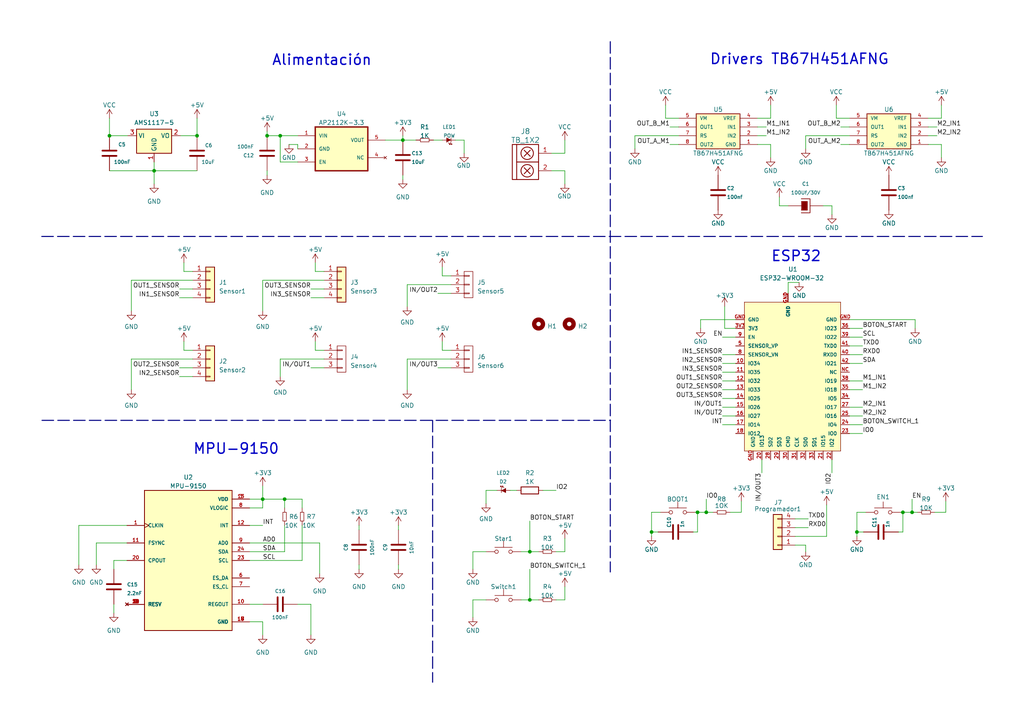
<source format=kicad_sch>
(kicad_sch (version 20230121) (generator eeschema)
  (paper "A4")
  (lib_symbols
    (symbol "Device:R" (pin_numbers hide) (pin_names (offset 0))
      (property "Reference" "R" (at 2.032 0 90))
      (property "Value" "R" (at 0 0 90))
      (symbol "R_0_1"
        (rectangle (start -1.016 -2.54) (end 1.016 2.54) (stroke (width 0.254)))
      )
      (symbol "R_1_1"
        (pin passive line (at 0 3.81 270) (length 1.27) (name "~") (number "1"))
        (pin passive line (at 0 -3.81 90) (length 1.27) (name "~") (number "2"))
      )
    )
    (symbol "EESTN5:C" (pin_numbers hide) (pin_names (offset 0.254))
      (property "Reference" "C" (at 0 2.54 0))
      (property "Value" "C" (at 0.1524 -2.159 0))
      (symbol "C_0_1"
        (polyline (pts (xy -2.032 -0.762) (xy 2.032 -0.762)) (stroke (width 0.508)))
        (polyline (pts (xy -2.032 0.762) (xy 2.032 0.762)) (stroke (width 0.508)))
      )
      (symbol "C_1_1"
        (pin passive line (at 0 5.08 270) (length 4.318) (name "~") (number "1"))
        (pin passive line (at 0 -5.08 90) (length 4.318) (name "~") (number "2"))
      )
    )
    (symbol "EESTN5:CAPAPOL" (pin_numbers hide) (pin_names (offset 0.254) hide)
      (property "Reference" "C" (at 1.27 2.54 0))
      (property "Value" "CAPAPOL" (at 1.27 -2.54 0))
      (symbol "CAPAPOL_0_1"
        (polyline (pts (xy -2.032 1.27) (xy -2.032 -1.27) (xy 2.032 -1.27) (xy 2.032 1.27)) (stroke (width 0.2032)))
        (polyline (pts (xy -1.27 1.27) (xy -1.27 -0.508) (xy 1.27 -0.508) (xy 1.27 1.27)) (fill (type outline)))
      )
      (symbol "CAPAPOL_1_1"
        (pin passive line (at 0 5.08 270) (length 3.81) (name "~") (number "1"))
        (pin passive line (at 0 -5.08 90) (length 3.81) (name "~") (number "2"))
      )
    )
    (symbol "EESTN5:Conn_01X03" (pin_names (offset 1.016) hide)
      (property "Reference" "J" (at 0 5.08 0))
      (property "Value" "Conn_01X03" (at 0 -5.08 0))
      (symbol "Conn_01X03_0_1"
        (rectangle (start -1.27 -2.413) (end 0.254 -2.667))
        (rectangle (start -1.27 0.127) (end 0.254 -0.127))
        (rectangle (start -1.27 2.667) (end 0.254 2.413))
        (rectangle (start -1.27 3.81) (end 1.27 -3.81))
      )
      (symbol "Conn_01X03_1_1"
        (pin passive line (at -5.08 2.54 0) (length 3.81) (name "P1") (number "1"))
        (pin passive line (at -5.08 0 0) (length 3.81) (name "P2") (number "2"))
        (pin passive line (at -5.08 -2.54 0) (length 3.81) (name "P3") (number "3"))
      )
    )
    (symbol "EESTN5:Conn_01x04" (pin_names (offset 1.016) hide)
      (property "Reference" "J" (at 0 5.08 0))
      (property "Value" "Conn_01x04" (at 0 -7.62 0))
      (symbol "Conn_01x04_1_1"
        (rectangle (start -1.27 -4.953) (end 0 -5.207) (stroke (width 0.1524)))
        (rectangle (start -1.27 -2.413) (end 0 -2.667) (stroke (width 0.1524)))
        (rectangle (start -1.27 0.127) (end 0 -0.127) (stroke (width 0.1524)))
        (rectangle (start -1.27 2.667) (end 0 2.413) (stroke (width 0.1524)))
        (rectangle (start -1.27 3.81) (end 1.27 -6.35) (stroke (width 0.254)) (fill (type background)))
        (pin passive line (at -5.08 2.54 0) (length 3.81) (name "Pin_1") (number "1"))
        (pin passive line (at -5.08 0 0) (length 3.81) (name "Pin_2") (number "2"))
        (pin passive line (at -5.08 -2.54 0) (length 3.81) (name "Pin_3") (number "3"))
        (pin passive line (at -5.08 -5.08 0) (length 3.81) (name "Pin_4") (number "4"))
      )
    )
    (symbol "EESTN5:LED" (pin_numbers hide) (pin_names (offset 1.016) hide)
      (property "Reference" "LED" (at 0 2.54 0))
      (property "Value" "LED" (at 0 -2.54 0))
      (symbol "LED_0_1"
        (polyline (pts (xy 0.508 -0.762) (xy 1.016 -1.27) (xy 1.016 -1.27)))
        (polyline (pts (xy 1.016 -0.762) (xy 1.524 -1.27) (xy 1.524 -1.27)))
        (polyline (pts (xy 1.27 -0.635) (xy 1.27 0.635) (xy 1.27 0.635)))
        (polyline (pts (xy 1.27 0) (xy 0 0.635) (xy 0 -0.635) (xy 0 -0.635)) (fill (type outline)))
        (polyline (pts (xy 1.524 -1.27) (xy 1.27 -1.27) (xy 1.524 -1.016) (xy 1.524 -1.27) (xy 1.524 -1.27)) (fill (type outline)))
        (polyline (pts (xy 1.016 -1.27) (xy 0.762 -1.27) (xy 1.016 -1.016) (xy 1.016 -1.27) (xy 1.016 -1.27) (xy 1.016 -1.27)) (fill (type outline)))
      )
      (symbol "LED_1_1"
        (pin passive line (at -1.27 0 0) (length 1.27) (name "A") (number "1"))
        (pin passive line (at 2.54 0 180) (length 1.27) (name "K") (number "2"))
      )
    )
    (symbol "EESTN5:Mounting_Hole" (pin_names (offset 1.016))
      (property "Reference" "H" (at 0 5.08 0))
      (symbol "Mounting_Hole_0_1"
        (circle (center 0 0) (radius 1.27) (stroke (width 1.27)))
      )
    )
    (symbol "EESTN5:R" (pin_numbers hide) (pin_names (offset 0))
      (property "Reference" "R" (at -1.27 0 90))
      (property "Value" "R" (at 1.27 0 90))
      (symbol "R_0_1"
        (rectangle (start 0.508 1.27) (end -0.508 -1.27))
      )
      (symbol "R_1_1"
        (pin passive line (at 0 2.54 270) (length 1.27) (name "~") (number "1"))
        (pin passive line (at 0 -2.54 90) (length 1.27) (name "~") (number "2"))
      )
    )
    (symbol "EESTN5:SW_Push" (pin_numbers hide) (pin_names (offset 1.016) hide)
      (property "Reference" "SW" (at 1.27 2.54 0))
      (symbol "SW_Push_0_1"
        (circle (center -2.032 0) (radius 0.508))
        (polyline (pts (xy 0 1.27) (xy 0 3.048)))
        (polyline (pts (xy 2.54 1.27) (xy -2.54 1.27)))
        (circle (center 2.032 0) (radius 0.508))
        (pin passive line (at -5.08 0 0) (length 2.54) (name "1") (number "1"))
        (pin passive line (at 5.08 0 180) (length 2.54) (name "2") (number "2"))
      )
    )
    (symbol "EESTN5:TB_1X2" (pin_names (offset 1.016))
      (property "Reference" "J" (at 0 7.62 0))
      (property "Value" "TB_1X2" (at 1.27 -7.62 0))
      (symbol "TB_1X2_0_1"
        (rectangle (start -2.54 5.08) (end 5.08 -5.08) (stroke (width 0.254)))
        (polyline (pts (xy -1.27 0) (xy 5.08 0)) (stroke (width 0.254)))
        (polyline (pts (xy -1.27 5.08) (xy -1.27 -5.08)) (stroke (width 0.254)))
        (polyline (pts (xy 0.889 -3.429) (xy 2.667 -1.651)) (stroke (width 0.254)))
        (polyline (pts (xy 0.889 -1.651) (xy 2.667 -3.429)) (stroke (width 0.254)))
        (polyline (pts (xy 0.889 1.651) (xy 2.667 3.429)) (stroke (width 0.254)))
        (polyline (pts (xy 0.889 3.429) (xy 2.667 1.651)) (stroke (width 0.254)))
        (circle (center 1.778 -2.54) (radius 1.8034) (stroke (width 0.254)))
        (circle (center 1.778 2.54) (radius 1.8034) (stroke (width 0.254)))
      )
      (symbol "TB_1X2_1_1"
        (pin input line (at 8.89 2.54 180) (length 3.81) (name "~") (number "1"))
        (pin input line (at 8.89 -2.54 180) (length 3.81) (name "~") (number "2"))
      )
    )
    (symbol "GND_6" (power) (pin_names (offset 0))
      (property "Value" "GND_6" (at 0 -3.81 0))
      (symbol "GND_6_0_1"
        (polyline (pts (xy 0 0) (xy 0 -1.27) (xy 1.27 -1.27) (xy 0 -2.54) (xy -1.27 -1.27) (xy 0 -1.27)))
      )
      (symbol "GND_6_1_1"
        (pin power_in line (at 0 0 270) (length 0) hide (name "GND") (number "1"))
      )
    )
    (symbol "Librerias:AP2112K-3.3" (pin_names (offset 1.016))
      (property "Reference" "U2" (at 0 10.16 0))
      (property "Value" "AP2112K-3.3" (at 0 7.62 0))
      (symbol "AP2112K-3.3_0_0"
        (rectangle (start -7.62 6.35) (end 7.62 -6.35) (stroke (width 0.41)) (fill (type background)))
        (pin power_in line (at -12.7 3.81 0) (length 5.08) (name "VIN") (number "1"))
        (pin power_in line (at -12.7 0 0) (length 5.08) (name "GND") (number "2"))
        (pin input line (at -12.7 -3.81 0) (length 5.08) (name "EN") (number "3"))
        (pin power_in line (at 12.7 2.54 180) (length 5.08) (name "VOUT") (number "5"))
      )
      (symbol "AP2112K-3.3_1_0"
        (pin no_connect line (at 12.7 -2.54 180) (length 5.08) (name "NC") (number "4"))
      )
    )
    (symbol "Librerias:ESP32-WROOM-32E" (pin_names (offset 1.016))
      (property "Reference" "U2" (at 0 28.575 0))
      (property "Value" "ESP32-WROOM-32" (at -8.255 26.035 0))
      (symbol "ESP32-WROOM-32E_1_0"
        (rectangle (start -12.7 19.05) (end 15.24 -24.13) (fill (type background)))
        (pin bidirectional line (at -15.24 1.27 0) (length 2.54) (name "IO34") (number "10"))
        (pin bidirectional line (at -15.24 -1.27 0) (length 2.54) (name "IO35") (number "11"))
        (pin bidirectional line (at -15.24 -3.81 0) (length 2.54) (name "IO32") (number "12"))
        (pin bidirectional line (at -15.24 -6.35 0) (length 2.54) (name "IO33") (number "13"))
        (pin bidirectional line (at -15.24 -8.89 0) (length 2.54) (name "IO25") (number "14"))
        (pin bidirectional line (at -15.24 -11.43 0) (length 2.54) (name "IO26") (number "15"))
        (pin bidirectional line (at -15.24 -13.97 0) (length 2.54) (name "IO27") (number "16"))
        (pin bidirectional line (at -15.24 -16.51 0) (length 2.54) (name "IO14") (number "17"))
        (pin bidirectional line (at -15.24 -19.05 0) (length 2.54) (name "IO12") (number "18"))
        (pin bidirectional line (at -7.62 -26.67 90) (length 2.54) (name "IO13") (number "20"))
        (pin bidirectional line (at 10.16 -26.67 90) (length 2.54) (name "IO15") (number "21"))
        (pin bidirectional line (at 12.7 -26.67 90) (length 2.54) (name "IO2") (number "22"))
        (pin bidirectional line (at 17.78 -19.05 180) (length 2.54) (name "IO0") (number "23"))
        (pin bidirectional line (at 17.78 -16.51 180) (length 2.54) (name "IO4") (number "24"))
        (pin bidirectional line (at 17.78 -13.97 180) (length 2.54) (name "IO16") (number "25"))
        (pin bidirectional line (at 17.78 -11.43 180) (length 2.54) (name "IO17") (number "27"))
        (pin bidirectional line (at -5.08 -26.67 90) (length 2.54) (name "SD2") (number "28"))
        (pin bidirectional line (at -2.54 -26.67 90) (length 2.54) (name "SD3") (number "29"))
        (pin bidirectional line (at 0 -26.67 90) (length 2.54) (name "CMD") (number "30"))
        (pin bidirectional line (at 2.54 -26.67 90) (length 2.54) (name "CLK") (number "31"))
        (pin bidirectional line (at 5.08 -26.67 90) (length 2.54) (name "SD0") (number "32"))
        (pin bidirectional line (at 7.62 -26.67 90) (length 2.54) (name "SD1") (number "33"))
        (pin bidirectional line (at 17.78 -8.89 180) (length 2.54) (name "IO5") (number "34"))
        (pin bidirectional line (at 17.78 -6.35 180) (length 2.54) (name "IO18") (number "35"))
        (pin bidirectional line (at 17.78 11.43 180) (length 2.54) (name "IO23") (number "36"))
        (pin bidirectional line (at 17.78 -3.81 180) (length 2.54) (name "IO19") (number "38"))
        (pin bidirectional line (at 17.78 8.89 180) (length 2.54) (name "IO22") (number "39"))
        (pin bidirectional line (at -15.24 11.43 0) (length 2.54) (name "3V3") (number "3V3"))
        (pin bidirectional line (at 17.78 3.81 180) (length 2.54) (name "RXD0") (number "40"))
        (pin bidirectional line (at 17.78 6.35 180) (length 2.54) (name "TXD0") (number "41"))
        (pin bidirectional line (at 17.78 1.27 180) (length 2.54) (name "IO21") (number "42"))
        (pin bidirectional line (at -15.24 6.35 0) (length 2.54) (name "SENSOR_VP") (number "5"))
        (pin bidirectional line (at -15.24 3.81 0) (length 2.54) (name "SENSOR_VN") (number "8"))
        (pin bidirectional line (at -15.24 8.89 0) (length 2.54) (name "EN") (number "9"))
        (pin bidirectional line (at -15.24 13.97 0) (length 2.54) (name "GND") (number "GND"))
        (pin bidirectional line (at -10.16 -26.67 90) (length 2.54) (name "GND") (number "GND"))
        (pin bidirectional line (at 0 21.59 270) (length 2.54) (name "GND") (number "GND"))
        (pin bidirectional line (at 0 21.59 270) (length 2.54) (name "GND") (number "GND"))
        (pin bidirectional line (at 0 21.59 270) (length 2.54) (name "GND") (number "GND"))
        (pin bidirectional line (at 0 21.59 270) (length 2.54) (name "GND") (number "GND"))
        (pin bidirectional line (at 0 21.59 270) (length 2.54) (name "GND") (number "GND"))
        (pin bidirectional line (at 0 21.59 270) (length 2.54) (name "GND") (number "GND"))
        (pin bidirectional line (at 0 21.59 270) (length 2.54) (name "GND") (number "GND"))
        (pin bidirectional line (at 0 21.59 270) (length 2.54) (name "GND") (number "GND"))
        (pin bidirectional line (at 0 21.59 270) (length 2.54) (name "GND") (number "GND"))
        (pin bidirectional line (at 17.78 13.97 180) (length 2.54) (name "GND") (number "GND"))
        (pin bidirectional line (at 17.78 -1.27 180) (length 2.54) (name "NC") (number "NC"))
      )
    )
    (symbol "Librerias:MPU-9150-Qfn-24" (pin_names (offset 1.016))
      (property "Reference" "U5" (at 0 24.13 0))
      (property "Value" "MPU-9150" (at 0 21.59 0))
      (symbol "MPU-9150-Qfn-24_0_0"
        (rectangle (start -12.7 -20.32) (end 12.7 20.32) (stroke (width 0.254)) (fill (type background)))
        (pin input clock (at -17.78 10.16 0) (length 5.08) (name "CLKIN") (number "1"))
        (pin output line (at 17.78 -12.7 180) (length 5.08) (name "REGOUT") (number "10"))
        (pin input line (at -17.78 5.08 0) (length 5.08) (name "FSYNC") (number "11"))
        (pin output line (at 17.78 10.16 180) (length 5.08) (name "INT") (number "12"))
        (pin power_in line (at 17.78 17.78 180) (length 5.08) (name "VDD") (number "13"))
        (pin no_connect line (at -17.78 -12.7 0) (length 5.08) (name "RESV") (number "14"))
        (pin power_in line (at 17.78 -17.78 180) (length 5.08) (name "GND") (number "15"))
        (pin no_connect line (at -17.78 -12.7 0) (length 5.08) (name "RESV") (number "16"))
        (pin power_in line (at 17.78 -17.78 180) (length 5.08) (name "GND") (number "17"))
        (pin power_in line (at 17.78 -17.78 180) (length 5.08) (name "GND") (number "18"))
        (pin no_connect line (at -17.78 -12.7 0) (length 5.08) (name "RESV") (number "19"))
        (pin no_connect line (at -17.78 -12.7 0) (length 5.08) (name "RESV") (number "2"))
        (pin passive line (at -17.78 0 0) (length 5.08) (name "CPOUT") (number "20"))
        (pin no_connect line (at -17.78 -12.7 0) (length 5.08) (name "RESV") (number "21"))
        (pin no_connect line (at -17.78 -12.7 0) (length 5.08) (name "RESV") (number "22"))
        (pin bidirectional line (at 17.78 2.54 180) (length 5.08) (name "SDA") (number "24"))
        (pin power_in line (at 17.78 17.78 180) (length 5.08) (name "VDD") (number "3"))
        (pin no_connect line (at -17.78 -12.7 0) (length 5.08) (name "RESV") (number "4"))
        (pin no_connect line (at -17.78 -12.7 0) (length 5.08) (name "RESV") (number "5"))
        (pin bidirectional line (at 17.78 -5.08 180) (length 5.08) (name "ES_DA") (number "6"))
        (pin power_in line (at 17.78 15.24 180) (length 5.08) (name "VLOGIC") (number "8"))
      )
      (symbol "MPU-9150-Qfn-24_1_0"
        (pin output line (at 17.78 0 180) (length 5.08) (name "SCL") (number "23"))
        (pin output line (at 17.78 -7.62 180) (length 5.08) (name "ES_CL") (number "7"))
        (pin output line (at 17.78 5.08 180) (length 5.08) (name "AD0") (number "9"))
      )
    )
    (symbol "Librerias:TB67H451AFNG" (pin_names (offset 1.016))
      (property "Reference" "U7" (at 0 8.89 0))
      (property "Value" "TB67H451AFNG" (at 0 6.35 0))
      (symbol "TB67H451AFNG_0_0"
        (rectangle (start -6.35 5.08) (end 6.35 -5.08) (stroke (width 0.254)) (fill (type background)))
      )
      (symbol "TB67H451AFNG_1_0"
        (pin power_in line (at -11.43 3.81 0) (length 5.08) (name "GND") (number "1"))
        (pin input line (at -11.43 1.27 0) (length 5.08) (name "IN2") (number "2"))
        (pin input line (at -11.43 -1.27 0) (length 5.08) (name "IN1") (number "3"))
        (pin output line (at -11.43 -3.81 0) (length 5.08) (name "VREF") (number "4"))
        (pin bidirectional line (at 11.43 -3.81 180) (length 5.08) (name "VM") (number "5"))
        (pin output line (at 11.43 -1.27 180) (length 5.08) (name "OUT1") (number "6"))
        (pin bidirectional line (at 11.43 1.27 180) (length 5.08) (name "RS") (number "7"))
        (pin output line (at 11.43 3.81 180) (length 5.08) (name "OUT2") (number "8"))
      )
    )
    (symbol "Regulator_Linear:AMS1117-3.3"
      (property "Reference" "U" (at -3.81 3.175 0))
      (property "Value" "AMS1117-3.3" (at 0 3.175 0))
      (symbol "AMS1117-3.3_0_1"
        (rectangle (start -5.08 -5.08) (end 5.08 1.905) (stroke (width 0.254)) (fill (type background)))
      )
      (symbol "AMS1117-3.3_1_1"
        (pin power_in line (at 0 -7.62 90) (length 2.54) (name "GND") (number "1"))
        (pin power_out line (at 7.62 0 180) (length 2.54) (name "VO") (number "2"))
        (pin power_in line (at -7.62 0 0) (length 2.54) (name "VI") (number "3"))
      )
    )
    (symbol "TB67H451AFNG_1" (pin_names (offset 1.016))
      (property "Reference" "U6" (at 0 8.89 0))
      (property "Value" "TB67H451AFNG" (at 0 6.35 0))
      (symbol "TB67H451AFNG_1_0_0"
        (rectangle (start -6.35 5.08) (end 6.35 -5.08) (stroke (width 0.254)) (fill (type background)))
      )
      (symbol "TB67H451AFNG_1_1_0"
        (pin power_in line (at -11.43 3.81 0) (length 5.08) (name "GND") (number "1"))
        (pin input line (at -11.43 1.27 0) (length 5.08) (name "IN2") (number "2"))
        (pin input line (at -11.43 -1.27 0) (length 5.08) (name "IN1") (number "3"))
        (pin output line (at -11.43 -3.81 0) (length 5.08) (name "VREF") (number "4"))
        (pin bidirectional line (at 11.43 -3.81 180) (length 5.08) (name "VM") (number "5"))
        (pin output line (at 11.43 -1.27 180) (length 5.08) (name "OUT1") (number "6"))
        (pin bidirectional line (at 11.43 1.27 180) (length 5.08) (name "RS") (number "7"))
        (pin output line (at 11.43 3.81 180) (length 5.08) (name "OUT2") (number "8"))
      )
    )
    (symbol "power:+3V3" (power) (pin_names (offset 0))
      (property "Value" "+3V3" (at 0 3.556 0))
      (symbol "+3V3_0_1"
        (polyline (pts (xy -0.762 1.27) (xy 0 2.54)))
        (polyline (pts (xy 0 0) (xy 0 2.54)))
        (polyline (pts (xy 0 2.54) (xy 0.762 1.27)))
      )
      (symbol "+3V3_1_1"
        (pin power_in line (at 0 0 90) (length 0) hide (name "+3V3") (number "1"))
      )
    )
    (symbol "power:+5V" (power) (pin_names (offset 0))
      (property "Value" "+5V" (at 0 3.556 0))
      (symbol "+5V_0_1"
        (polyline (pts (xy -0.762 1.27) (xy 0 2.54)))
        (polyline (pts (xy 0 0) (xy 0 2.54)))
        (polyline (pts (xy 0 2.54) (xy 0.762 1.27)))
      )
      (symbol "+5V_1_1"
        (pin power_in line (at 0 0 90) (length 0) hide (name "+5V") (number "1"))
      )
    )
    (symbol "power:GND" (power) (pin_names (offset 0))
      (property "Value" "GND" (at 0 -3.81 0))
      (symbol "GND_0_1"
        (polyline (pts (xy 0 0) (xy 0 -1.27) (xy 1.27 -1.27) (xy 0 -2.54) (xy -1.27 -1.27) (xy 0 -1.27)))
      )
      (symbol "GND_1_1"
        (pin power_in line (at 0 0 270) (length 0) hide (name "GND") (number "1"))
      )
    )
    (symbol "power:VCC" (power) (pin_names (offset 0))
      (property "Value" "VCC" (at 0 3.81 0))
      (symbol "VCC_0_1"
        (polyline (pts (xy -0.762 1.27) (xy 0 2.54)))
        (polyline (pts (xy 0 0) (xy 0 2.54)))
        (polyline (pts (xy 0 2.54) (xy 0.762 1.27)))
      )
      (symbol "VCC_1_1"
        (pin power_in line (at 0 0 90) (length 0) hide (name "VCC") (number "1"))
      )
    )
  )
  (junction (at 81.28 39.37))
  (junction (at 44.704 49.53))
  (junction (at 188.976 154.305))
  (junction (at 202.311 148.59))
  (junction (at 248.539 154.305))
  (junction (at 116.84 40.64))
  (junction (at 153.67 173.99))
  (junction (at 77.47 39.37))
  (junction (at 31.75 39.37))
  (junction (at 264.541 148.59))
  (junction (at 76.2 144.78))
  (junction (at 261.874 148.59))
  (junction (at 204.851 148.59))
  (junction (at 82.55 144.78))
  (junction (at 57.15 39.37))
  (junction (at 153.67 160.02))
  (wire (pts (xy 241.3 59.69) (xy 238.76 59.69)))
  (wire (pts (xy 52.324 39.37) (xy 57.15 39.37)))
  (wire (pts (xy 157.48 142.24) (xy 161.29 142.24)))
  (wire (pts (xy 202.311 148.59) (xy 204.851 148.59)))
  (wire (pts (xy 111.76 40.64) (xy 116.84 40.64)))
  (wire (pts (xy 184.15 39.37) (xy 184.15 43.18)))
  (wire (pts (xy 241.3 62.23) (xy 241.3 59.69)))
  (wire (pts (xy 137.16 173.99) (xy 137.16 179.07)))
  (wire (pts (xy 38.1 104.14) (xy 38.1 113.03)))
  (wire (pts (xy 209.55 107.95) (xy 213.36 107.95)))
  (wire (pts (xy 147.955 142.24) (xy 149.86 142.24)))
  (wire (pts (xy 116.84 39.37) (xy 116.84 40.64)))
  (wire (pts (xy 202.311 154.305) (xy 201.041 154.305)))
  (wire (pts (xy 115.57 165.1) (xy 115.57 163.83)))
  (wire (pts (xy 163.83 173.99) (xy 161.29 173.99)))
  (wire (pts (xy 209.55 113.03) (xy 213.36 113.03)))
  (wire (pts (xy 248.539 148.59) (xy 248.539 154.305)))
  (wire (pts (xy 53.34 76.2) (xy 53.34 78.74)))
  (wire (pts (xy 137.16 160.02) (xy 137.16 165.1)))
  (wire (pts (xy 93.98 104.14) (xy 81.28 104.14)))
  (bus (pts (xy 125.476 121.92) (xy 125.476 197.866)) (stroke (width 0) (type dash)))
  (wire (pts (xy 215.011 148.59) (xy 215.011 145.415)))
  (wire (pts (xy 82.55 152.4) (xy 82.55 160.02)))
  (wire (pts (xy 191.516 148.59) (xy 188.976 148.59)))
  (wire (pts (xy 31.75 34.29) (xy 31.75 39.37)))
  (wire (pts (xy 52.07 106.68) (xy 55.88 106.68)))
  (wire (pts (xy 72.39 147.32) (xy 76.2 147.32)))
  (wire (pts (xy 269.24 36.83) (xy 271.78 36.83)))
  (wire (pts (xy 269.24 41.91) (xy 273.05 41.91)))
  (wire (pts (xy 27.94 157.48) (xy 27.94 163.83)))
  (wire (pts (xy 223.52 41.91) (xy 223.52 45.72)))
  (wire (pts (xy 77.47 38.1) (xy 77.47 39.37)))
  (wire (pts (xy 233.68 158.115) (xy 233.68 160.02)))
  (wire (pts (xy 246.38 113.03) (xy 250.19 113.03)))
  (wire (pts (xy 246.38 123.19) (xy 250.19 123.19)))
  (wire (pts (xy 140.97 142.24) (xy 144.145 142.24)))
  (wire (pts (xy 76.2 140.97) (xy 76.2 144.78)))
  (wire (pts (xy 38.1 81.28) (xy 55.88 81.28)))
  (wire (pts (xy 273.05 41.91) (xy 273.05 45.72)))
  (wire (pts (xy 193.04 30.48) (xy 193.04 34.29)))
  (wire (pts (xy 125.73 40.64) (xy 128.27 40.64)))
  (wire (pts (xy 261.874 148.59) (xy 264.541 148.59)))
  (wire (pts (xy 118.11 104.14) (xy 118.11 113.03)))
  (wire (pts (xy 219.71 41.91) (xy 223.52 41.91)))
  (wire (pts (xy 116.84 50.8) (xy 116.84 52.07)))
  (wire (pts (xy 239.7506 155.575) (xy 230.632 155.575)))
  (wire (pts (xy 140.97 160.02) (xy 137.16 160.02)))
  (wire (pts (xy 31.75 39.37) (xy 37.084 39.37)))
  (wire (pts (xy 246.38 100.33) (xy 250.19 100.33)))
  (wire (pts (xy 53.34 78.74) (xy 55.88 78.74)))
  (wire (pts (xy 91.44 99.06) (xy 91.44 101.6)))
  (wire (pts (xy 52.07 83.82) (xy 55.88 83.82)))
  (wire (pts (xy 246.38 95.25) (xy 250.19 95.25)))
  (wire (pts (xy 132.08 40.64) (xy 134.62 40.64)))
  (wire (pts (xy 128.27 80.01) (xy 130.81 80.01)))
  (wire (pts (xy 53.34 99.06) (xy 53.34 101.6)))
  (wire (pts (xy 233.68 39.37) (xy 246.38 39.37)))
  (wire (pts (xy 140.97 173.99) (xy 137.16 173.99)))
  (wire (pts (xy 90.17 106.68) (xy 93.98 106.68)))
  (wire (pts (xy 153.67 151.13) (xy 153.67 160.02)))
  (wire (pts (xy 22.86 152.4) (xy 22.86 163.83)))
  (wire (pts (xy 204.851 148.59) (xy 206.756 148.59)))
  (wire (pts (xy 38.1 104.14) (xy 55.88 104.14)))
  (wire (pts (xy 209.55 102.87) (xy 213.36 102.87)))
  (wire (pts (xy 91.44 101.6) (xy 93.98 101.6)))
  (wire (pts (xy 188.976 154.305) (xy 190.881 154.305)))
  (wire (pts (xy 209.55 120.65) (xy 213.36 120.65)))
  (wire (pts (xy 219.71 36.83) (xy 222.25 36.83)))
  (wire (pts (xy 76.2 81.28) (xy 93.98 81.28)))
  (wire (pts (xy 116.84 40.64) (xy 120.65 40.64)))
  (wire (pts (xy 33.02 175.26) (xy 33.02 177.8)))
  (wire (pts (xy 127 106.68) (xy 130.81 106.68)))
  (wire (pts (xy 264.541 148.59) (xy 266.065 148.59)))
  (wire (pts (xy 273.05 30.48) (xy 273.05 34.29)))
  (wire (pts (xy 220.98 133.35) (xy 220.98 137.16)))
  (wire (pts (xy 82.55 147.32) (xy 82.55 144.78)))
  (wire (pts (xy 86.36 46.99) (xy 81.28 46.99)))
  (wire (pts (xy 251.079 148.59) (xy 248.539 148.59)))
  (wire (pts (xy 52.07 86.36) (xy 55.88 86.36)))
  (wire (pts (xy 211.836 148.59) (xy 215.011 148.59)))
  (wire (pts (xy 163.83 44.45) (xy 163.83 40.64)))
  (bus (pts (xy 12.1158 68.58) (xy 284.9372 68.58)) (stroke (width 0) (type dash)))
  (wire (pts (xy 163.83 173.99) (xy 163.83 170.18)))
  (wire (pts (xy 196.85 34.29) (xy 193.04 34.29)))
  (wire (pts (xy 104.14 165.1) (xy 104.14 163.83)))
  (wire (pts (xy 209.55 123.19) (xy 213.36 123.19)))
  (wire (pts (xy 76.2 81.28) (xy 76.2 90.17)))
  (wire (pts (xy 91.44 78.74) (xy 93.98 78.74)))
  (wire (pts (xy 72.39 162.56) (xy 87.63 162.56)))
  (wire (pts (xy 82.55 144.78) (xy 76.2 144.78)))
  (wire (pts (xy 188.976 154.305) (xy 188.976 155.575)))
  (wire (pts (xy 22.86 152.4) (xy 36.83 152.4)))
  (wire (pts (xy 163.83 53.34) (xy 163.83 49.53)))
  (wire (pts (xy 264.541 144.78) (xy 264.541 148.59)))
  (wire (pts (xy 246.38 105.41) (xy 250.19 105.41)))
  (wire (pts (xy 86.36 41.91) (xy 86.36 43.18)))
  (wire (pts (xy 90.17 86.36) (xy 93.98 86.36)))
  (wire (pts (xy 230.632 150.495) (xy 234.442 150.495)))
  (wire (pts (xy 241.3 133.35) (xy 241.3 137.16)))
  (wire (pts (xy 226.06 57.15) (xy 226.06 59.69)))
  (wire (pts (xy 44.704 53.34) (xy 44.704 49.53)))
  (wire (pts (xy 72.39 152.4) (xy 76.2 152.4)))
  (wire (pts (xy 76.2 147.32) (xy 76.2 144.78)))
  (wire (pts (xy 160.02 44.45) (xy 163.83 44.45)))
  (wire (pts (xy 203.2 92.71) (xy 213.36 92.71)))
  (wire (pts (xy 38.1 81.28) (xy 38.1 90.17)))
  (wire (pts (xy 163.83 160.02) (xy 161.29 160.02)))
  (wire (pts (xy 77.47 39.37) (xy 81.28 39.37)))
  (wire (pts (xy 33.02 162.56) (xy 33.02 165.1)))
  (wire (pts (xy 151.13 173.99) (xy 153.67 173.99)))
  (wire (pts (xy 209.55 110.49) (xy 213.36 110.49)))
  (wire (pts (xy 219.71 34.29) (xy 223.52 34.29)))
  (wire (pts (xy 196.85 41.91) (xy 194.31 41.91)))
  (wire (pts (xy 81.28 46.99) (xy 81.28 39.37)))
  (wire (pts (xy 87.63 147.32) (xy 87.63 144.78)))
  (wire (pts (xy 27.94 157.48) (xy 36.83 157.48)))
  (wire (pts (xy 53.34 101.6) (xy 55.88 101.6)))
  (wire (pts (xy 261.874 154.305) (xy 260.604 154.305)))
  (wire (pts (xy 31.75 49.53) (xy 44.704 49.53)))
  (wire (pts (xy 72.39 160.02) (xy 82.55 160.02)))
  (wire (pts (xy 248.539 154.305) (xy 248.539 155.575)))
  (wire (pts (xy 151.13 160.02) (xy 153.67 160.02)))
  (wire (pts (xy 153.67 173.99) (xy 156.21 173.99)))
  (wire (pts (xy 265.43 92.71) (xy 265.43 95.25)))
  (wire (pts (xy 202.311 148.59) (xy 202.311 154.305)))
  (wire (pts (xy 246.38 110.49) (xy 250.19 110.49)))
  (wire (pts (xy 209.55 105.41) (xy 213.36 105.41)))
  (wire (pts (xy 90.17 175.26) (xy 90.17 184.15)))
  (wire (pts (xy 239.7506 146.4564) (xy 239.7506 155.575)))
  (wire (pts (xy 233.68 39.37) (xy 233.68 43.18)))
  (wire (pts (xy 163.83 160.02) (xy 163.83 156.21)))
  (wire (pts (xy 223.52 30.48) (xy 223.52 34.29)))
  (wire (pts (xy 128.27 99.06) (xy 128.27 101.6)))
  (wire (pts (xy 188.976 148.59) (xy 188.976 154.305)))
  (wire (pts (xy 72.39 180.34) (xy 76.2 180.34)))
  (wire (pts (xy 228.6 85.09) (xy 228.6 81.915)))
  (wire (pts (xy 52.07 109.22) (xy 55.88 109.22)))
  (wire (pts (xy 87.63 152.4) (xy 87.63 162.56)))
  (wire (pts (xy 83.82 41.91) (xy 86.36 41.91)))
  (wire (pts (xy 204.851 144.78) (xy 204.851 148.59)))
  (wire (pts (xy 219.71 39.37) (xy 222.25 39.37)))
  (wire (pts (xy 153.67 160.02) (xy 156.21 160.02)))
  (wire (pts (xy 104.14 152.4) (xy 104.14 153.67)))
  (wire (pts (xy 261.239 148.59) (xy 261.874 148.59)))
  (wire (pts (xy 246.38 41.91) (xy 243.84 41.91)))
  (wire (pts (xy 203.2 92.71) (xy 203.2 95.25)))
  (wire (pts (xy 196.85 36.83) (xy 194.31 36.83)))
  (wire (pts (xy 130.81 82.55) (xy 118.11 82.55)))
  (wire (pts (xy 76.2 180.34) (xy 76.2 184.15)))
  (wire (pts (xy 246.38 97.79) (xy 250.19 97.79)))
  (wire (pts (xy 128.27 77.47) (xy 128.27 80.01)))
  (wire (pts (xy 36.83 162.56) (xy 33.02 162.56)))
  (wire (pts (xy 134.62 40.64) (xy 134.62 44.45)))
  (wire (pts (xy 209.55 97.79) (xy 213.36 97.79)))
  (wire (pts (xy 261.874 148.59) (xy 261.874 154.305)))
  (wire (pts (xy 246.38 120.65) (xy 250.19 120.65)))
  (wire (pts (xy 226.06 59.69) (xy 228.6 59.69)))
  (wire (pts (xy 230.632 158.115) (xy 233.68 158.115)))
  (wire (pts (xy 72.39 175.26) (xy 76.2 175.26)))
  (wire (pts (xy 140.97 142.24) (xy 140.97 146.05)))
  (wire (pts (xy 184.15 39.37) (xy 196.85 39.37)))
  (wire (pts (xy 57.15 34.29) (xy 57.15 39.37)))
  (bus (pts (xy 12.192 121.92) (xy 177.038 121.92)) (stroke (width 0) (type dash)))
  (wire (pts (xy 209.55 118.11) (xy 213.36 118.11)))
  (wire (pts (xy 213.36 95.25) (xy 210.185 95.25)))
  (wire (pts (xy 153.67 165.1) (xy 153.67 173.99)))
  (wire (pts (xy 87.63 144.78) (xy 82.55 144.78)))
  (wire (pts (xy 44.704 49.53) (xy 57.15 49.53)))
  (wire (pts (xy 246.38 34.29) (xy 242.57 34.29)))
  (wire (pts (xy 269.24 34.29) (xy 273.05 34.29)))
  (wire (pts (xy 246.38 36.83) (xy 243.84 36.83)))
  (wire (pts (xy 230.632 153.035) (xy 234.442 153.035)))
  (wire (pts (xy 274.32 148.59) (xy 274.32 145.415)))
  (wire (pts (xy 44.704 49.53) (xy 44.704 46.99)))
  (wire (pts (xy 72.39 157.48) (xy 92.71 157.48)))
  (wire (pts (xy 91.44 76.2) (xy 91.44 78.74)))
  (wire (pts (xy 269.24 39.37) (xy 271.78 39.37)))
  (wire (pts (xy 228.6 81.915) (xy 231.775 81.915)))
  (wire (pts (xy 118.11 82.55) (xy 118.11 88.9)))
  (wire (pts (xy 90.17 83.82) (xy 93.98 83.82)))
  (wire (pts (xy 160.02 49.53) (xy 163.83 49.53)))
  (bus (pts (xy 177.0126 12.0904) (xy 177.0126 165.8874)) (stroke (width 0) (type dash)))
  (wire (pts (xy 271.145 148.59) (xy 274.32 148.59)))
  (wire (pts (xy 72.39 144.78) (xy 76.2 144.78)))
  (wire (pts (xy 81.28 39.37) (xy 86.36 39.37)))
  (wire (pts (xy 210.185 88.9) (xy 210.185 95.25)))
  (wire (pts (xy 248.539 154.305) (xy 250.444 154.305)))
  (wire (pts (xy 130.81 104.14) (xy 118.11 104.14)))
  (wire (pts (xy 90.17 175.26) (xy 86.36 175.26)))
  (wire (pts (xy 115.57 152.4) (xy 115.57 153.67)))
  (wire (pts (xy 128.27 101.6) (xy 130.81 101.6)))
  (wire (pts (xy 92.71 157.48) (xy 92.71 166.37)))
  (wire (pts (xy 242.57 30.48) (xy 242.57 34.29)))
  (wire (pts (xy 246.38 102.87) (xy 250.19 102.87)))
  (wire (pts (xy 209.55 115.57) (xy 213.36 115.57)))
  (wire (pts (xy 201.676 148.59) (xy 202.311 148.59)))
  (wire (pts (xy 246.38 125.73) (xy 250.19 125.73)))
  (wire (pts (xy 246.38 92.71) (xy 265.43 92.71)))
  (wire (pts (xy 77.47 49.53) (xy 77.47 50.8)))
  (wire (pts (xy 81.28 104.14) (xy 81.28 109.22)))
  (wire (pts (xy 246.38 118.11) (xy 250.19 118.11)))
  (wire (pts (xy 127 85.09) (xy 130.81 85.09)))
  (text "MPU-9150" (at 55.88 132.08 0) (effects (font (size 3 3) (thickness 0.4) bold) (justify left bottom)))
  (text "Alimentación\n\n" (at 78.74 24.13 0) (effects (font (size 3 3) (thickness 0.4) bold) (justify left bottom)))
  (text "Drivers TB67H451AFNG\n" (at 205.74 19.05 0) (effects (font (size 3 3) (thickness 0.4) bold) (justify left bottom)))
  (text "ESP32\n" (at 223.52 76.2 0) (effects (font (size 3 3) (thickness 0.4) bold) (justify left bottom)))
  (label "IN1_SENSOR" (at 209.55 102.87 180))
  (label "OUT_A_M2" (at 243.84 41.91 180))
  (label "RXD0" (at 234.442 153.035 0))
  (label "M1_IN1" (at 222.25 36.83 0))
  (label "IN1_SENSOR" (at 52.07 86.36 180))
  (label "SDA" (at 250.19 105.41 0))
  (label "IN{slash}OUT1" (at 90.17 106.68 180))
  (label "M1_IN2" (at 222.25 39.37 0))
  (label "OUT1_SENSOR" (at 52.07 83.82 180))
  (label "OUT2_SENSOR" (at 52.07 106.68 180))
  (label "IN3_SENSOR" (at 90.17 86.36 180))
  (label "INT" (at 209.55 123.19 180))
  (label "OUT_B_M2" (at 243.84 36.83 180))
  (label "M1_IN1" (at 250.19 110.49 0))
  (label "SCL" (at 250.19 97.79 0))
  (label "IN{slash}OUT3" (at 127 106.68 180))
  (label "EN" (at 264.541 144.78 0))
  (label "SCL" (at 76.2 162.56 0))
  (label "OUT1_SENSOR" (at 209.55 110.49 180))
  (label "OUT_A_M1" (at 194.31 41.91 180))
  (label "IN{slash}OUT2" (at 209.55 120.65 180))
  (label "IN2_SENSOR" (at 209.55 105.41 180))
  (label "BOTON_START" (at 250.19 95.25 0))
  (label "M2_IN2" (at 250.19 120.65 0))
  (label "OUT3_SENSOR" (at 90.17 83.82 180))
  (label "SDA" (at 76.2 160.02 0))
  (label "BOTON_SWITCH_1" (at 250.19 123.19 0))
  (label "EN" (at 209.55 97.79 180))
  (label "IO2" (at 241.3 137.16 270))
  (label "OUT3_SENSOR" (at 209.55 115.57 180))
  (label "M1_IN2" (at 250.19 113.03 0))
  (label "INT" (at 76.2 152.4 0))
  (label "TXD0" (at 234.442 150.495 0))
  (label "RXD0" (at 250.19 102.87 0))
  (label "IN{slash}OUT1" (at 209.55 118.11 180))
  (label "OUT2_SENSOR" (at 209.55 113.03 180))
  (label "IN{slash}OUT2" (at 127 85.09 180))
  (label "M2_IN1" (at 250.19 118.11 0))
  (label "IN3_SENSOR" (at 209.55 107.95 180))
  (label "IO2" (at 161.29 142.24 0))
  (label "IN2_SENSOR" (at 52.07 109.22 180))
  (label "IN{slash}OUT3" (at 220.98 137.16 270))
  (label "M2_IN2" (at 271.78 39.37 0))
  (label "BOTON_START" (at 153.67 151.13 0))
  (label "M2_IN1" (at 271.78 36.83 0))
  (label "IO0" (at 250.19 125.73 0))
  (label "BOTON_SWITCH_1" (at 153.67 165.1 0))
  (label "IO0" (at 204.851 144.78 0))
  (label "OUT_B_M1" (at 194.31 36.83 180))
  (label "AD0" (at 76.2 157.48 0))
  (label "TXD0" (at 250.19 100.33 0))
  (symbol (lib_id "power:GND") (at 203.2 95.25 0) (unit 1)
    (property "Reference" "#PWR044" (effects hide))
    (property "Value" "GND" (at 203.2 99.06 0))
  )
  (symbol (lib_id "power:GND") (at 208.28 60.96 0) (unit 1)
    (property "Reference" "#PWR050" (effects hide))
    (property "Value" "GND" (at 208.28 64.77 0))
  )
  (symbol (lib_id "power:GND") (at 83.82 41.91 0) (unit 1)
    (property "Reference" "#PWR070" (effects hide))
    (property "Value" "GND" (at 83.82 45.72 0))
  )
  (symbol (lib_id "power:GND") (at 77.47 50.8 0) (unit 1)
    (property "Reference" "#PWR039" (effects hide))
    (property "Value" "GND" (at 77.47 55.88 0))
  )
  (symbol (lib_id "power:VCC") (at 226.06 57.15 0) (unit 1)
    (property "Reference" "#PWR055" (effects hide))
    (property "Value" "VCC" (at 226.06 53.34 0))
  )
  (symbol (lib_id "power:+3V3") (at 104.14 152.4 0) (unit 1)
    (property "Reference" "#PWR029" (effects hide))
    (property "Value" "+3V3" (at 104.14 148.59 0))
  )
  (symbol (lib_id "EESTN5:LED") (at 129.54 40.64 0) (unit 1)
    (property "Reference" "LED1" (at 130.302 36.83 0) (effects (font (size 1.016 1.016))))
    (property "Value" "POW" (at 130.302 39.37 0) (effects (font (size 1.016 1.016))))
    (property "Footprint" "EESTN5:Led_0805" (effects hide))
  )
  (symbol (lib_id "power:GND") (at 248.539 155.575 0) (unit 1)
    (property "Reference" "#PWR011" (effects hide))
    (property "Value" "GND" (at 248.539 159.385 0))
  )
  (symbol (lib_id "EESTN5:R") (at 82.55 149.86 0) (unit 1)
    (property "Reference" "R6" (at 83.82 149.86 0) (effects (justify left)))
    (property "Value" "10K" (at 82.55 152.4 0) (effects (justify left)))
    (property "Footprint" "footprints:R_0603" (effects hide))
  )
  (symbol (lib_id "power:GND") (at 76.2 90.17 0) (unit 1)
    (property "Reference" "#PWR041" (effects hide))
    (property "Value" "GND" (at 76.2 94.742 0))
  )
  (symbol (lib_id "power:+5V") (at 91.44 99.06 0) (unit 1)
    (property "Reference" "#PWR058" (effects hide))
    (property "Value" "+5V" (at 91.44 95.25 0))
  )
  (symbol (lib_id "power:+3V3") (at 115.57 152.4 0) (unit 1)
    (property "Reference" "#PWR031" (effects hide))
    (property "Value" "+3V3" (at 115.57 148.59 0))
  )
  (symbol (lib_id "power:GND") (at 116.84 52.07 0) (unit 1)
    (property "Reference" "#PWR071" (effects hide))
    (property "Value" "GND" (at 116.84 57.15 0))
  )
  (symbol (lib_id "Librerias:ESP32-WROOM-32E") (at 228.6 106.68 0) (unit 1)
    (property "Reference" "U1" (at 228.6 78.105 0) (effects (justify left)))
    (property "Value" "ESP32-WROOM-32" (at 220.345 80.645 0) (effects (justify left)))
    (property "Footprint" "footprints:ESP32-WROOM-32" (effects hide))
  )
  (symbol (lib_id "power:+3V3") (at 210.185 88.9 0) (unit 1)
    (property "Reference" "#PWR06" (effects hide))
    (property "Value" "+3V3" (at 210.185 85.725 0))
  )
  (symbol (lib_id "power:GND") (at 76.2 184.15 0) (unit 1)
    (property "Reference" "#PWR026" (effects hide))
    (property "Value" "GND" (at 76.2 189.23 0))
  )
  (symbol (lib_id "power:+3V3") (at 274.32 145.415 0) (unit 1)
    (property "Reference" "#PWR012" (effects hide))
    (property "Value" "+3V3" (at 274.32 141.605 0))
  )
  (symbol (lib_id "EESTN5:R") (at 158.75 160.02 90) (unit 1)
    (property "Reference" "R3" (at 158.75 156.21 90))
    (property "Value" "10K" (at 158.75 158.75 90))
    (property "Footprint" "footprints:R_0603" (effects hide))
  )
  (symbol (lib_id "power:VCC") (at 31.75 34.29 0) (unit 1)
    (property "Reference" "#PWR016" (effects hide))
    (property "Value" "VCC" (at 31.75 30.48 0))
  )
  (symbol (lib_id "EESTN5:R") (at 87.63 149.86 0) (unit 1)
    (property "Reference" "R7" (at 88.9 149.86 0) (effects (justify left)))
    (property "Value" "10K" (at 87.63 152.4 0) (effects (justify left)))
    (property "Footprint" "footprints:R_0603" (effects hide))
  )
  (symbol (lib_id "EESTN5:SW_Push") (at 196.596 148.59 0) (unit 1)
    (property "Reference" "BOOT1" (at 196.596 144.78 0))
    (property "Value" "SW_Push" (effects hide))
    (property "Footprint" "EESTN5:Pulsador_SMD_2_ALTO" (effects hide))
  )
  (symbol (lib_id "power:+5V") (at 91.44 76.2 0) (unit 1)
    (property "Reference" "#PWR042" (effects hide))
    (property "Value" "+5V" (at 91.44 72.39 0))
  )
  (symbol (lib_id "power:+5V") (at 57.15 34.29 0) (unit 1)
    (property "Reference" "#PWR018" (effects hide))
    (property "Value" "+5V" (at 57.15 30.48 0))
  )
  (symbol (lib_id "power:GND") (at 273.05 45.72 0) (unit 1)
    (property "Reference" "#PWR048" (effects hide))
    (property "Value" "GND" (at 273.05 49.53 0))
  )
  (symbol (lib_id "EESTN5:Conn_01x04") (at 60.96 104.14 0) (unit 1)
    (property "Reference" "J2" (at 63.5 104.775 0) (effects (justify left)))
    (property "Value" "Sensor2" (at 63.5 107.315 0) (effects (justify left)))
    (property "Footprint" "EESTN5:pin_strip_4" (effects hide))
  )
  (symbol (lib_id "EESTN5:C") (at 115.57 158.75 0) (unit 1)
    (property "Reference" "C9" (at 111.76 158.75 90) (effects (font (size 1.016 1.016))))
    (property "Value" "10nF" (at 119.38 158.75 90) (effects (font (size 1.016 1.016))))
    (property "Footprint" "footprints:C_0603" (effects hide))
  )
  (symbol (lib_id "EESTN5:Conn_01X03") (at 135.89 104.14 0) (unit 1)
    (property "Reference" "J6" (at 138.43 103.505 0) (effects (justify left)))
    (property "Value" "Sensor6" (at 138.43 106.045 0) (effects (justify left)))
    (property "Footprint" "EESTN5:Pin_Header_3" (effects hide))
  )
  (symbol (lib_id "EESTN5:C") (at 77.47 44.45 0) (unit 1)
    (property "Reference" "C12" (at 73.66 45.085 0) (effects (font (size 1.016 1.016)) (justify right)))
    (property "Value" "100nF" (at 73.66 42.545 0) (effects (font (size 1.016 1.016)) (justify right)))
    (property "Footprint" "footprints:C_0603" (effects hide))
  )
  (symbol (lib_id "EESTN5:Conn_01x04") (at 99.06 81.28 0) (unit 1)
    (property "Reference" "J3" (at 101.6 81.915 0) (effects (justify left)))
    (property "Value" "Sensor3" (at 101.6 84.455 0) (effects (justify left)))
    (property "Footprint" "EESTN5:pin_strip_4" (effects hide))
  )
  (symbol (lib_id "EESTN5:Mounting_Hole") (at 165.1 93.98 0) (unit 1)
    (property "Reference" "H2" (at 167.64 94.615 0) (effects (justify left)))
    (property "Value" "Mounting_Hole" (effects hide))
    (property "Footprint" "EESTN5:pad_3mm" (effects hide))
  )
  (symbol (lib_id "power:GND") (at 231.775 81.915 0) (unit 1)
    (property "Reference" "#PWR07" (effects hide))
    (property "Value" "GND" (at 231.775 85.725 0))
  )
  (symbol (lib_id "Librerias:AP2112K-3.3") (at 99.06 43.18 0) (unit 1)
    (property "Reference" "U4" (at 99.06 33.02 0))
    (property "Value" "AP2112K-3.3" (at 99.06 35.56 0))
    (property "Footprint" "footprints:AP2112K-3.3-Sot25" (effects hide))
  )
  (symbol (lib_id "power:GND") (at 104.14 165.1 0) (unit 1)
    (property "Reference" "#PWR030" (effects hide))
    (property "Value" "GND" (at 104.14 170.18 0))
  )
  (symbol (lib_id "power:GND") (at 137.16 165.1 0) (unit 1)
    (property "Reference" "#PWR061" (effects hide))
    (property "Value" "GND" (at 137.16 168.91 0))
  )
  (symbol (lib_id "power:+3V3") (at 76.2 140.97 0) (unit 1)
    (property "Reference" "#PWR025" (effects hide))
    (property "Value" "+3V3" (at 76.2 137.16 0))
  )
  (symbol (lib_id "power:VCC") (at 257.81 50.8 0) (unit 1)
    (property "Reference" "#PWR053" (effects hide))
    (property "Value" "VCC" (at 257.81 46.99 0))
  )
  (symbol (lib_id "power:GND") (at 33.02 177.8 0) (unit 1)
    (property "Reference" "#PWR024" (effects hide))
    (property "Value" "GND" (at 33.02 182.88 0))
  )
  (symbol (lib_id "power:+3V3") (at 215.011 145.415 0) (unit 1)
    (property "Reference" "#PWR010" (effects hide))
    (property "Value" "+3V3" (at 215.011 141.605 0))
  )
  (symbol (lib_id "power:GND") (at 265.43 95.25 0) (unit 1)
    (property "Reference" "#PWR08" (effects hide))
    (property "Value" "GND" (at 265.43 99.06 0))
  )
  (symbol (lib_id "EESTN5:C") (at 257.81 55.88 0) (unit 1)
    (property "Reference" "C3" (at 260.35 54.61 0) (effects (font (size 1.016 1.016)) (justify left)))
    (property "Value" "100nf" (at 260.35 57.15 0) (effects (font (size 1.016 1.016)) (justify left)))
    (property "Footprint" "EESTN5:C_0805" (effects hide))
  )
  (symbol (lib_id "EESTN5:C") (at 104.14 158.75 0) (unit 1)
    (property "Reference" "C8" (at 100.33 158.75 90) (effects (font (size 1.016 1.016))))
    (property "Value" "100nF" (at 107.95 158.75 90) (effects (font (size 1.016 1.016))))
    (property "Footprint" "footprints:C_0603" (effects hide))
  )
  (symbol (lib_id "power:+5V") (at 163.83 156.21 0) (unit 1)
    (property "Reference" "#PWR066" (effects hide))
    (property "Value" "+5V" (at 163.83 152.4 0))
  )
  (symbol (lib_id "Device:R") (at 153.67 142.24 90) (unit 1)
    (property "Reference" "R2" (at 153.67 137.16 90))
    (property "Value" "1K" (at 153.67 139.7 90))
    (property "Footprint" "footprints:R_0603" (effects hide))
  )
  (symbol (lib_id "power:+5V") (at 53.34 99.06 0) (unit 1)
    (property "Reference" "#PWR04" (effects hide))
    (property "Value" "+5V" (at 53.34 95.25 0))
  )
  (symbol (lib_id "EESTN5:Conn_01X03") (at 135.89 82.55 0) (unit 1)
    (property "Reference" "J5" (at 138.43 81.915 0) (effects (justify left)))
    (property "Value" "Sensor5" (at 138.43 84.455 0) (effects (justify left)))
    (property "Footprint" "EESTN5:Pin_Header_3" (effects hide))
  )
  (symbol (lib_id "EESTN5:R") (at 209.296 148.59 90) (unit 1)
    (property "Reference" "R8" (at 209.296 144.78 90))
    (property "Value" "1OK" (at 209.296 146.685 90))
    (property "Footprint" "footprints:R_0603" (effects hide))
  )
  (symbol (lib_id "power:GND") (at 188.976 155.575 0) (unit 1)
    (property "Reference" "#PWR09" (effects hide))
    (property "Value" "GND" (at 188.976 159.385 0))
  )
  (symbol (lib_id "power:+5V") (at 163.83 170.18 0) (unit 1)
    (property "Reference" "#PWR064" (effects hide))
    (property "Value" "+5V" (at 163.83 166.37 0))
  )
  (symbol (lib_id "power:GND") (at 118.11 113.03 0) (unit 1)
    (property "Reference" "#PWR067" (effects hide))
    (property "Value" "GND" (at 118.11 117.602 0))
  )
  (symbol (lib_id "EESTN5:SW_Push") (at 146.05 160.02 0) (unit 1)
    (property "Reference" "Star1" (at 146.05 156.21 0))
    (property "Value" "SW_Push" (effects hide))
    (property "Footprint" "EESTN5:Pulsador_SMD_2_ALTO" (effects hide))
  )
  (symbol (lib_id "EESTN5:C") (at 33.02 170.18 180) (unit 1)
    (property "Reference" "C15" (at 36.83 169.545 0) (effects (font (size 1.016 1.016)) (justify right)))
    (property "Value" "2.2nF" (at 36.83 172.085 0) (effects (font (size 1.016 1.016)) (justify right)))
    (property "Footprint" "footprints:C_0603" (effects hide))
  )
  (symbol (lib_id "EESTN5:C") (at 255.524 154.305 90) (unit 1)
    (property "Reference" "C11" (at 253.619 153.035 0) (effects (font (size 1.016 1.016)) (justify left)))
    (property "Value" "1n" (at 257.429 153.035 0) (effects (font (size 1.016 1.016)) (justify left)))
    (property "Footprint" "footprints:C_0603" (effects hide))
  )
  (symbol (lib_id "power:VCC") (at 242.57 30.48 0) (unit 1)
    (property "Reference" "#PWR047" (effects hide))
    (property "Value" "VCC" (at 242.57 26.67 0))
  )
  (symbol (lib_id "power:+5V") (at 273.05 30.48 0) (unit 1)
    (property "Reference" "#PWR035" (effects hide))
    (property "Value" "+5V" (at 273.05 26.67 0))
  )
  (symbol (lib_id "power:GND") (at 184.15 43.18 0) (unit 1)
    (property "Reference" "#PWR045" (effects hide))
    (property "Value" "GND" (at 184.15 46.99 0))
  )
  (symbol (lib_id "power:GND") (at 22.86 163.83 0) (unit 1)
    (property "Reference" "#PWR022" (effects hide))
    (property "Value" "GND" (at 22.86 168.91 0))
  )
  (symbol (lib_id "power:GND") (at 81.28 109.22 0) (unit 1)
    (property "Reference" "#PWR057" (effects hide))
    (property "Value" "GND" (at 81.28 113.792 0))
  )
  (symbol (lib_id "EESTN5:C") (at 31.75 44.45 0) (unit 1)
    (property "Reference" "C5" (at 34.29 41.91 0) (effects (font (size 1.016 1.016)) (justify left)))
    (property "Value" "100nF" (at 33.02 46.99 0) (effects (font (size 1.016 1.016)) (justify left)))
    (property "Footprint" "EESTN5:C_0805" (effects hide))
  )
  (symbol (lib_id "power:+5V") (at 128.27 99.06 0) (unit 1)
    (property "Reference" "#PWR068" (effects hide))
    (property "Value" "+5V" (at 128.27 95.25 0))
  )
  (symbol (lib_id "EESTN5:LED") (at 146.685 142.24 180) (unit 1)
    (property "Reference" "LED2" (at 145.923 137.16 0) (effects (font (size 1.016 1.016))))
    (property "Value" "D2" (at 145.923 139.7 0) (effects (font (size 1.016 1.016))))
    (property "Footprint" "EESTN5:Led_0805" (effects hide))
  )
  (symbol (lib_id "power:GND") (at 137.16 179.07 0) (unit 1)
    (property "Reference" "#PWR063" (effects hide))
    (property "Value" "GND" (at 137.16 182.88 0))
  )
  (symbol (lib_id "EESTN5:SW_Push") (at 146.05 173.99 0) (unit 1)
    (property "Reference" "Switch1" (at 146.05 170.18 0))
    (property "Value" "SW_Push" (effects hide))
    (property "Footprint" "EESTN5:Pulsador_SMD_2_ALTO" (effects hide))
  )
  (symbol (lib_id "Librerias:TB67H451AFNG") (at 257.81 38.1 180) (unit 1)
    (property "Reference" "U6" (at 257.81 31.75 0))
    (property "Value" "TB67H451AFNG" (at 257.81 44.45 0))
    (property "Footprint" "footprints:TB67H451AFNG" (effects hide))
  )
  (symbol (lib_id "EESTN5:Mounting_Hole") (at 156.21 93.98 0) (unit 1)
    (property "Reference" "H1" (at 158.75 94.615 0) (effects (justify left)))
    (property "Value" "Mounting_Hole" (effects hide))
    (property "Footprint" "EESTN5:pad_3mm" (effects hide))
  )
  (symbol (lib_id "power:GND") (at 38.1 113.03 0) (unit 1)
    (property "Reference" "#PWR03" (effects hide))
    (property "Value" "GND" (at 38.1 117.602 0))
  )
  (symbol (lib_id "power:GND") (at 115.57 165.1 0) (unit 1)
    (property "Reference" "#PWR032" (effects hide))
    (property "Value" "GND" (at 115.57 170.18 0))
  )
  (symbol (lib_id "power:VCC") (at 193.04 30.48 0) (unit 1)
    (property "Reference" "#PWR043" (effects hide))
    (property "Value" "VCC" (at 193.04 26.67 0))
  )
  (symbol (lib_id "EESTN5:C") (at 81.28 175.26 270) (unit 1)
    (property "Reference" "C16" (at 81.28 171.45 90) (effects (font (size 1.016 1.016))))
    (property "Value" "100nF" (at 81.28 179.07 90) (effects (font (size 1.016 1.016))))
    (property "Footprint" "footprints:C_0603" (effects hide))
  )
  (symbol (lib_id "EESTN5:CAPAPOL") (at 233.68 59.69 90) (unit 1)
    (property "Reference" "C1" (at 233.68 53.34 90) (effects (font (size 1.016 1.016))))
    (property "Value" "100Uf/30V" (at 233.68 55.88 90) (effects (font (size 1.016 1.016))))
    (property "Footprint" "EESTN5:CAP_ELEC_5x11mm" (effects hide))
  )
  (symbol (lib_name "TB67H451AFNG_1") (lib_id "Librerias:TB67H451AFNG") (at 208.28 38.1 180) (unit 1)
    (property "Reference" "U5" (at 208.28 31.75 0))
    (property "Value" "TB67H451AFNG" (at 208.28 44.45 0))
    (property "Footprint" "footprints:TB67H451AFNG" (effects hide))
  )
  (symbol (lib_id "power:VCC") (at 163.83 40.64 0) (unit 1)
    (property "Reference" "#PWR033" (effects hide))
    (property "Value" "VCC" (at 163.83 36.83 0))
  )
  (symbol (lib_id "EESTN5:R") (at 158.75 173.99 90) (unit 1)
    (property "Reference" "R4" (at 158.75 170.18 90))
    (property "Value" "10K" (at 158.75 172.72 90))
    (property "Footprint" "footprints:R_0603" (effects hide))
  )
  (symbol (lib_id "power:GND") (at 241.3 62.23 0) (unit 1)
    (property "Reference" "#PWR056" (effects hide))
    (property "Value" "GND" (at 241.3 66.04 0))
  )
  (symbol (lib_id "power:GND") (at 223.52 45.72 0) (unit 1)
    (property "Reference" "#PWR05" (effects hide))
    (property "Value" "GND" (at 223.52 49.53 0))
  )
  (symbol (lib_id "power:GND") (at 118.11 88.9 0) (unit 1)
    (property "Reference" "#PWR038" (effects hide))
    (property "Value" "GND" (at 118.11 93.472 0))
  )
  (symbol (lib_id "EESTN5:Conn_01x04") (at 60.96 81.28 0) (unit 1)
    (property "Reference" "J1" (at 63.5 81.915 0) (effects (justify left)))
    (property "Value" "Sensor1" (at 63.5 84.455 0) (effects (justify left)))
    (property "Footprint" "EESTN5:pin_strip_4" (effects hide))
  )
  (symbol (lib_id "EESTN5:TB_1X2") (at 151.13 46.99 0) (unit 1)
    (property "Reference" "J8" (at 152.4 38.1 0) (effects (font (size 1.524 1.524))))
    (property "Value" "TB_1X2" (at 152.4 40.64 0) (effects (font (size 1.524 1.524))))
    (property "Footprint" "EESTN5:BORNERA2_AZUL" (effects hide))
  )
  (symbol (lib_id "power:VCC") (at 208.28 50.8 0) (unit 1)
    (property "Reference" "#PWR049" (effects hide))
    (property "Value" "VCC" (at 208.28 46.99 0))
  )
  (symbol (lib_id "power:GND") (at 92.71 166.37 0) (unit 1)
    (property "Reference" "#PWR028" (effects hide))
    (property "Value" "GND" (at 92.71 171.45 0))
  )
  (symbol (lib_id "EESTN5:C") (at 195.961 154.305 90) (unit 1)
    (property "Reference" "C10" (at 194.056 153.035 0) (effects (font (size 1.016 1.016)) (justify left)))
    (property "Value" "1n" (at 197.866 153.035 0) (effects (font (size 1.016 1.016)) (justify left)))
    (property "Footprint" "footprints:C_0603" (effects hide))
  )
  (symbol (lib_id "power:+5V") (at 128.27 77.47 0) (unit 1)
    (property "Reference" "#PWR037" (effects hide))
    (property "Value" "+5V" (at 128.27 73.66 0))
  )
  (symbol (lib_id "EESTN5:R") (at 268.605 148.59 90) (unit 1)
    (property "Reference" "R9" (at 268.605 144.78 90))
    (property "Value" "10K" (at 268.605 147.32 90))
    (property "Footprint" "footprints:R_0603" (effects hide))
  )
  (symbol (lib_id "power:+5V") (at 77.47 38.1 0) (unit 1)
    (property "Reference" "#PWR013" (effects hide))
    (property "Value" "+5V" (at 77.47 34.29 0))
  )
  (symbol (lib_id "power:+5V") (at 53.34 76.2 0) (unit 1)
    (property "Reference" "#PWR040" (effects hide))
    (property "Value" "+5V" (at 53.34 72.39 0))
  )
  (symbol (lib_id "EESTN5:C") (at 116.84 45.72 180) (unit 1)
    (property "Reference" "C13" (at 119.38 44.45 0) (effects (font (size 1.016 1.016)) (justify right)))
    (property "Value" "10uF" (at 119.38 46.99 0) (effects (font (size 1.016 1.016)) (justify right)))
    (property "Footprint" "footprints:C_0603" (effects hide))
  )
  (symbol (lib_id "EESTN5:C") (at 57.15 44.45 0) (unit 1)
    (property "Reference" "C6" (at 59.436 42.164 0) (effects (font (size 1.016 1.016)) (justify left)))
    (property "Value" "10uF" (at 58.42 46.99 0) (effects (font (size 1.016 1.016)) (justify left)))
    (property "Footprint" "EESTN5:C_0805" (effects hide))
  )
  (symbol (lib_name "GND_6") (lib_id "power:GND") (at 134.62 44.45 0) (mirror y) (unit 1)
    (property "Reference" "#PWR015" (effects hide))
    (property "Value" "GND" (at 134.493 48.006 0))
  )
  (symbol (lib_id "EESTN5:Conn_01X03") (at 99.06 104.14 0) (unit 1)
    (property "Reference" "J4" (at 101.6 103.505 0) (effects (justify left)))
    (property "Value" "Sensor4" (at 101.6 106.045 0) (effects (justify left)))
    (property "Footprint" "EESTN5:Pin_Header_3" (effects hide))
  )
  (symbol (lib_id "EESTN5:Conn_01x04") (at 225.552 155.575 180) (unit 1)
    (property "Reference" "Programador1" (at 225.5774 147.6248 0))
    (property "Value" "J7" (at 225.679 145.7706 0))
    (property "Footprint" "EESTN5:pin_strip_4" (effects hide))
  )
  (symbol (lib_id "power:GND") (at 38.1 90.17 0) (unit 1)
    (property "Reference" "#PWR036" (effects hide))
    (property "Value" "GND" (at 38.1 94.742 0))
  )
  (symbol (lib_name "GND_6") (lib_id "power:GND") (at 163.83 53.34 0) (mirror y) (unit 1)
    (property "Reference" "#PWR034" (effects hide))
    (property "Value" "GND" (at 163.703 56.896 0))
  )
  (symbol (lib_id "power:+5V") (at 223.52 30.48 0) (unit 1)
    (property "Reference" "#PWR019" (effects hide))
    (property "Value" "+5V" (at 223.52 26.67 0))
  )
  (symbol (lib_id "power:+3V3") (at 116.84 39.37 0) (unit 1)
    (property "Reference" "#PWR014" (effects hide))
    (property "Value" "+3V3" (at 116.84 35.56 0))
  )
  (symbol (lib_id "EESTN5:SW_Push") (at 256.159 148.59 0) (unit 1)
    (property "Reference" "EN1" (at 256.159 144.145 0))
    (property "Value" "SW_Push" (effects hide))
    (property "Footprint" "EESTN5:Pulsador_SMD_2_ALTO" (effects hide))
  )
  (symbol (lib_id "power:+5V") (at 239.7506 146.4564 0) (unit 1)
    (property "Reference" "#PWR021" (effects hide))
    (property "Value" "+5V" (at 239.7506 142.6464 0))
  )
  (symbol (lib_id "power:GND") (at 257.81 60.96 0) (unit 1)
    (property "Reference" "#PWR054" (effects hide))
    (property "Value" "GND" (at 257.81 64.77 0))
  )
  (symbol (lib_id "power:GND") (at 44.704 53.34 0) (unit 1)
    (property "Reference" "#PWR017" (effects hide))
    (property "Value" "GND" (at 44.704 58.42 0))
  )
  (symbol (lib_id "power:GND") (at 233.68 160.02 0) (unit 1)
    (property "Reference" "#PWR020" (effects hide))
    (property "Value" "GND" (at 233.68 163.83 0))
  )
  (symbol (lib_id "power:GND") (at 90.17 184.15 0) (unit 1)
    (property "Reference" "#PWR027" (effects hide))
    (property "Value" "GND" (at 90.17 189.23 0))
  )
  (symbol (lib_id "EESTN5:R") (at 123.19 40.64 90) (unit 1)
    (property "Reference" "R1" (at 123.19 36.83 90))
    (property "Value" "1K" (at 123.19 39.37 90))
    (property "Footprint" "footprints:R_0603" (effects hide))
  )
  (symbol (lib_id "Regulator_Linear:AMS1117-3.3") (at 44.704 39.37 0) (unit 1)
    (property "Reference" "U3" (at 44.704 33.02 0))
    (property "Value" "AMS1117-5" (at 44.704 35.56 0))
    (property "Footprint" "footprints:SOT-223-3_TabPin2" (effects hide))
    (property "Datasheet" "http://www.advanced-monolithic.com/pdf/ds1117.pdf" (effects hide))
  )
  (symbol (lib_id "power:GND") (at 233.68 43.18 0) (unit 1)
    (property "Reference" "#PWR046" (effects hide))
    (property "Value" "GND" (at 233.68 46.99 0))
  )
  (symbol (lib_id "Librerias:MPU-9150-Qfn-24") (at 54.61 162.56 0) (unit 1)
    (property "Reference" "U2" (at 54.61 138.43 0))
    (property "Value" "MPU-9150" (at 54.61 140.97 0))
    (property "Footprint" "footprints:MPU-9150-Qfn-24" (effects hide))
    (property "PARTREV" "4.3" (effects hide))
    (property "STANDARD" "IPC 7351B" (effects hide))
    (property "SNAPEDA_PN" "115083" (effects hide))
    (property "MAXIMUM_PACKAGE_HEIGHT" "1.1 mm" (effects hide))
    (property "MANUFACTURER" "TDK InvenSense" (effects hide))
  )
  (symbol (lib_id "power:GND") (at 27.94 163.83 0) (unit 1)
    (property "Reference" "#PWR023" (effects hide))
    (property "Value" "GND" (at 27.94 168.91 0))
  )
  (symbol (lib_id "power:GND") (at 140.97 146.05 0) (unit 1)
    (property "Reference" "#PWR060" (effects hide))
    (property "Value" "GND" (at 140.97 150.495 0))
  )
  (symbol (lib_id "EESTN5:C") (at 208.28 55.88 0) (unit 1)
    (property "Reference" "C2" (at 210.82 54.61 0) (effects (font (size 1.016 1.016)) (justify left)))
    (property "Value" "100nf" (at 210.82 57.15 0) (effects (font (size 1.016 1.016)) (justify left)))
    (property "Footprint" "EESTN5:C_0805" (effects hide))
  )
)
</source>
